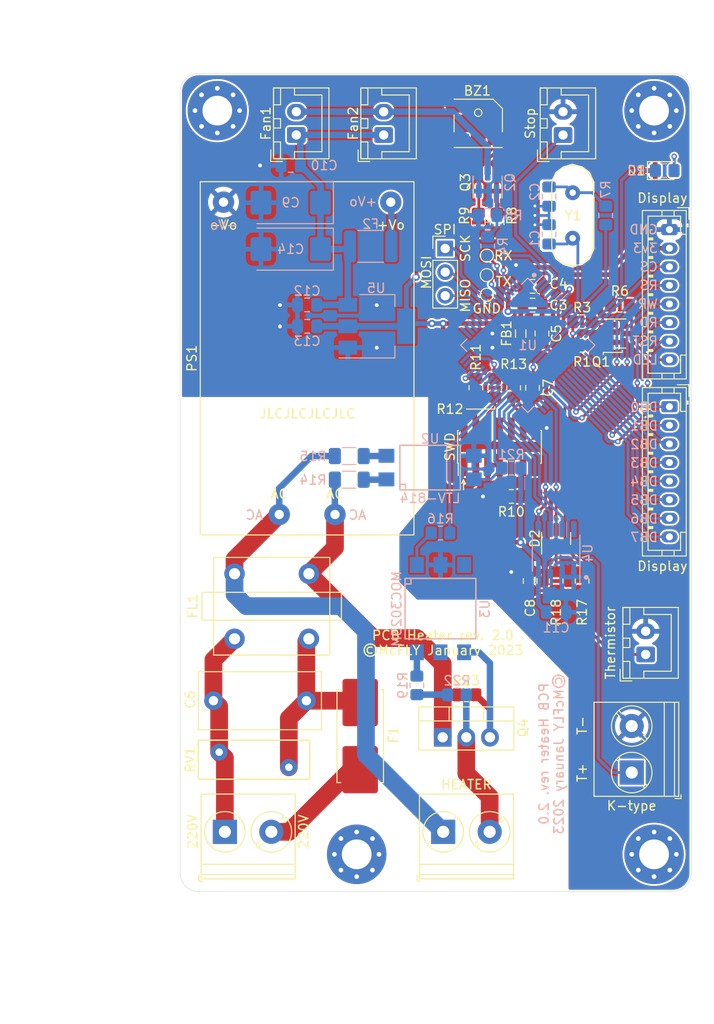
<source format=kicad_pcb>
(kicad_pcb (version 20221018) (generator pcbnew)

  (general
    (thickness 1.6)
  )

  (paper "A4")
  (layers
    (0 "F.Cu" signal)
    (31 "B.Cu" signal)
    (32 "B.Adhes" user "B.Adhesive")
    (33 "F.Adhes" user "F.Adhesive")
    (34 "B.Paste" user)
    (35 "F.Paste" user)
    (36 "B.SilkS" user "B.Silkscreen")
    (37 "F.SilkS" user "F.Silkscreen")
    (38 "B.Mask" user)
    (39 "F.Mask" user)
    (40 "Dwgs.User" user "User.Drawings")
    (41 "Cmts.User" user "User.Comments")
    (42 "Eco1.User" user "User.Eco1")
    (43 "Eco2.User" user "User.Eco2")
    (44 "Edge.Cuts" user)
    (45 "Margin" user)
    (46 "B.CrtYd" user "B.Courtyard")
    (47 "F.CrtYd" user "F.Courtyard")
    (48 "B.Fab" user)
    (49 "F.Fab" user)
    (50 "User.1" user)
    (51 "User.2" user)
  )

  (setup
    (stackup
      (layer "F.SilkS" (type "Top Silk Screen") (color "White"))
      (layer "F.Paste" (type "Top Solder Paste"))
      (layer "F.Mask" (type "Top Solder Mask") (color "Black") (thickness 0.01))
      (layer "F.Cu" (type "copper") (thickness 0.035))
      (layer "dielectric 1" (type "core") (thickness 1.51) (material "FR4") (epsilon_r 4.5) (loss_tangent 0.02))
      (layer "B.Cu" (type "copper") (thickness 0.035))
      (layer "B.Mask" (type "Bottom Solder Mask") (color "Black") (thickness 0.01))
      (layer "B.Paste" (type "Bottom Solder Paste"))
      (layer "B.SilkS" (type "Bottom Silk Screen") (color "White"))
      (copper_finish "None")
      (dielectric_constraints no)
    )
    (pad_to_mask_clearance 0)
    (pcbplotparams
      (layerselection 0x00010fc_ffffffff)
      (plot_on_all_layers_selection 0x0000000_00000000)
      (disableapertmacros false)
      (usegerberextensions true)
      (usegerberattributes false)
      (usegerberadvancedattributes false)
      (creategerberjobfile false)
      (dashed_line_dash_ratio 12.000000)
      (dashed_line_gap_ratio 3.000000)
      (svgprecision 6)
      (plotframeref false)
      (viasonmask false)
      (mode 1)
      (useauxorigin false)
      (hpglpennumber 1)
      (hpglpenspeed 20)
      (hpglpendiameter 15.000000)
      (dxfpolygonmode true)
      (dxfimperialunits true)
      (dxfusepcbnewfont true)
      (psnegative false)
      (psa4output false)
      (plotreference true)
      (plotvalue false)
      (plotinvisibletext false)
      (sketchpadsonfab false)
      (subtractmaskfromsilk true)
      (outputformat 1)
      (mirror false)
      (drillshape 0)
      (scaleselection 1)
      (outputdirectory "gerber/")
    )
  )

  (net 0 "")
  (net 1 "+3V3")
  (net 2 "Net-(BZ1-+)")
  (net 3 "Net-(U1-PF0-OSC_IN)")
  (net 4 "GND")
  (net 5 "Net-(C2-Pad1)")
  (net 6 "VDDA")
  (net 7 "Net-(J6-Pin_1)")
  (net 8 "Net-(C6-Pad2)")
  (net 9 "NRST")
  (net 10 "Net-(J9-Pin_1)")
  (net 11 "+12V")
  (net 12 "Net-(D1-A)")
  (net 13 "THERM")
  (net 14 "Net-(J6-Pin_2)")
  (net 15 "Net-(PS1-+Vout)")
  (net 16 "LCD_CS")
  (net 17 "LCD_RS")
  (net 18 "LCD_WR")
  (net 19 "LCD_RD")
  (net 20 "LCD_RST")
  (net 21 "LCD_LED")
  (net 22 "LCD_SCK")
  (net 23 "LCD_MOSI")
  (net 24 "LCD_MISO")
  (net 25 "STOP")
  (net 26 "Net-(J4-Pin_2)")
  (net 27 "unconnected-(J7-Pin_1-Pad1)")
  (net 28 "unconnected-(J7-Pin_2-Pad2)")
  (net 29 "Net-(J7-Pin_4)")
  (net 30 "Net-(J7-Pin_6)")
  (net 31 "unconnected-(J7-Pin_8-Pad8)")
  (net 32 "unconnected-(J7-Pin_9-Pad9)")
  (net 33 "unconnected-(J7-Pin_10-Pad10)")
  (net 34 "Net-(J7-Pin_11)")
  (net 35 "Net-(J7-Pin_12)")
  (net 36 "unconnected-(J7-Pin_13-Pad13)")
  (net 37 "unconnected-(J7-Pin_14-Pad14)")
  (net 38 "Net-(J8-Pin_2)")
  (net 39 "Net-(J10-Pin_1)")
  (net 40 "Net-(Q1-B)")
  (net 41 "Net-(Q2-G)")
  (net 42 "Net-(Q3-B)")
  (net 43 "Net-(Q4-G)")
  (net 44 "LCD_LED_CTRL")
  (net 45 "LED_STATUS")
  (net 46 "FAN_PWM")
  (net 47 "Net-(U1-PF1-OSC_OUT)")
  (net 48 "BUZZER")
  (net 49 "SWDIO")
  (net 50 "SWCLK")
  (net 51 "Net-(R14-Pad1)")
  (net 52 "Net-(R15-Pad1)")
  (net 53 "Net-(R16-Pad1)")
  (net 54 "GATE_CONTROL")
  (net 55 "Net-(R19-Pad1)")
  (net 56 "Net-(R19-Pad2)")
  (net 57 "ZERO_CROSS")
  (net 58 "/UART_TX")
  (net 59 "/UART_RX")
  (net 60 "unconnected-(U1-PC11-Pad1)")
  (net 61 "unconnected-(U1-PC14-OSC32_IN-Pad4)")
  (net 62 "unconnected-(U1-PC15-OSC32_OUT-Pad5)")
  (net 63 "unconnected-(U1-PC0-Pad13)")
  (net 64 "unconnected-(U1-PB2-Pad29)")
  (net 65 "unconnected-(U1-PB11-Pad31)")
  (net 66 "unconnected-(U1-PB12-Pad32)")
  (net 67 "MAX_SCK")
  (net 68 "MAX_MISO")
  (net 69 "MAX_CS")
  (net 70 "unconnected-(U1-PC6-Pad38)")
  (net 71 "unconnected-(U1-PC7-Pad39)")
  (net 72 "unconnected-(U1-PD8-Pad40)")
  (net 73 "unconnected-(U1-PD9-Pad41)")
  (net 74 "unconnected-(U1-PA10-Pad42)")
  (net 75 "unconnected-(U1-PA11[PA9]-Pad43)")
  (net 76 "unconnected-(U1-PA12[PA10]-Pad44)")
  (net 77 "unconnected-(U1-PA15-Pad47)")
  (net 78 "unconnected-(U1-PC8-Pad48)")
  (net 79 "unconnected-(U1-PC9-Pad49)")
  (net 80 "unconnected-(U1-PD0-Pad50)")
  (net 81 "unconnected-(U1-PD1-Pad51)")
  (net 82 "unconnected-(U1-PD2-Pad52)")
  (net 83 "unconnected-(U1-PD3-Pad53)")
  (net 84 "unconnected-(U1-PD4-Pad54)")
  (net 85 "unconnected-(U1-PB4-Pad58)")
  (net 86 "unconnected-(U1-PB5-Pad59)")
  (net 87 "unconnected-(U1-PB8-Pad62)")
  (net 88 "unconnected-(U1-PC10-Pad64)")
  (net 89 "unconnected-(U3-NC-Pad3)")
  (net 90 "unconnected-(U3-NC-Pad5)")
  (net 91 "/DB0")
  (net 92 "/DB1")
  (net 93 "/DB2")
  (net 94 "/DB3")
  (net 95 "/DB4")
  (net 96 "/DB5")
  (net 97 "/DB6")
  (net 98 "/DB7")
  (net 99 "Net-(J8-Pin_1)")
  (net 100 "Net-(PS1-AC{slash}N)")
  (net 101 "unconnected-(H1-Pad1)")
  (net 102 "unconnected-(H2-Pad1)")
  (net 103 "unconnected-(H3-Pad1)")
  (net 104 "unconnected-(H4-Pad1)")

  (footprint "TerminalBlock_Phoenix:TerminalBlock_Phoenix_PT-1,5-2-5.0-H_1x02_P5.00mm_Horizontal" (layer "F.Cu") (at 148.598 125.202 90))

  (footprint "Resistor_SMD:R_0805_2012Metric_Pad1.20x1.40mm_HandSolder" (layer "F.Cu") (at 133.858 83.82 -90))

  (footprint "Resistor_SMD:R_0805_2012Metric_Pad1.20x1.40mm_HandSolder" (layer "F.Cu") (at 140.462 104.60075 90))

  (footprint "Capacitor_SMD:C_0805_2012Metric_Pad1.18x1.45mm_HandSolder" (layer "F.Cu") (at 137.668 104.60075 90))

  (footprint "Capacitor_SMD:C_0805_2012Metric_Pad1.18x1.45mm_HandSolder" (layer "F.Cu") (at 137.922 83.82 -90))

  (footprint "Resistor_SMD:R_0805_2012Metric_Pad1.20x1.40mm_HandSolder" (layer "F.Cu") (at 135.636 95.504 180))

  (footprint "Connector_JST:JST_XH_B2B-XH-A_1x02_P2.50mm_Vertical" (layer "F.Cu") (at 141.207 56.622 90))

  (footprint "my_additions:OSC-TH_L10.0-W4.5-P5.00" (layer "F.Cu") (at 142.24 65.278 90))

  (footprint "Resistor_SMD:R_0805_2012Metric_Pad1.20x1.40mm_HandSolder" (layer "F.Cu") (at 147.32 74.93))

  (footprint "Package_TO_SOT_SMD:SOT-23" (layer "F.Cu") (at 133.096 61.722 90))

  (footprint "Resistor_SMD:R_0805_2012Metric_Pad1.20x1.40mm_HandSolder" (layer "F.Cu") (at 135.89 83.82 -90))

  (footprint "MountingHole:MountingHole_3.2mm_M3_Pad_Via" (layer "F.Cu") (at 104 54))

  (footprint "Capacitor_SMD:C_0805_2012Metric_Pad1.18x1.45mm_HandSolder" (layer "F.Cu") (at 138.938 77.978 90))

  (footprint "Capacitor_SMD:C_0805_2012Metric_Pad1.18x1.45mm_HandSolder" (layer "F.Cu") (at 137.922 74.93))

  (footprint "Connector_PinHeader_1.27mm:PinHeader_2x07_P1.27mm_Vertical_SMD" (layer "F.Cu") (at 134.366 90.17 90))

  (footprint "my_additions:Converter_ACDC_HiLink_HLK-5Mxx" (layer "F.Cu") (at 113.665 80.645 90))

  (footprint "Resistor_SMD:R_0805_2012Metric_Pad1.20x1.40mm_HandSolder" (layer "F.Cu") (at 134.112 66.039999 90))

  (footprint "Connector_PinHeader_2.54mm:PinHeader_1x03_P2.54mm_Vertical" (layer "F.Cu") (at 128.524 68.834))

  (footprint "Capacitor_SMD:C_0805_2012Metric_Pad1.18x1.45mm_HandSolder" (layer "F.Cu") (at 137.922 72.898))

  (footprint "my_additions:L_CommonMode_7x8mm" (layer "F.Cu") (at 109.855 107.315 90))

  (footprint "Package_TO_SOT_SMD:SOT-23" (layer "F.Cu") (at 147.32 77.978))

  (footprint "TestPoint:TestPoint_Pad_D1.0mm" (layer "F.Cu") (at 133 69.6))

  (footprint "MountingHole:MountingHole_3.2mm_M3_Pad_Via" (layer "F.Cu") (at 151 54))

  (footprint "Connector_JST:JST_PH_B8B-PH-K_1x08_P2.00mm_Vertical" (layer "F.Cu") (at 152.654 85.852 -90))

  (footprint "Inductor_SMD:L_0805_2012Metric_Pad1.05x1.20mm_HandSolder" (layer "F.Cu") (at 136.652 77.978 -90))

  (footprint "Connector_JST:JST_XH_B2B-XH-A_1x02_P2.50mm_Vertical" (layer "F.Cu") (at 150.096999 112.502 90))

  (footprint "TerminalBlock_Phoenix:TerminalBlock_Phoenix_PT-1,5-2-5.0-H_1x02_P5.00mm_Horizontal" (layer "F.Cu") (at 128.31 131.58))

  (footprint "Connector_JST:JST_PH_B8B-PH-K_1x08_P2.00mm_Vertical" (layer "F.Cu") (at 152.654 66.802 -90))

  (footprint "LED_SMD:LED_0805_2012Metric_Pad1.15x1.40mm_HandSolder" (layer "F.Cu") (at 152.146 60.452))

  (footprint "TestPoint:TestPoint_Pad_D1.0mm" (layer "F.Cu") (at 133 71.7))

  (footprint "Resistor_SMD:R_0805_2012Metric_Pad1.20x1.40mm_HandSolder" (layer "F.Cu") (at 131.826 83.82 -90))

  (footprint "Package_TO_SOT_SMD:SOT-23" (layer "F.Cu") (at 140.462 100.02875 90))

  (footprint "Resistor_SMD:R_0805_2012Metric_Pad1.20x1.40mm_HandSolder" (layer "F.Cu") (at 143.256 104.60075 -90))

  (footprint "Resistor_SMD:R_0805_2012Metric_Pad1.20x1.40mm_HandSolder" (layer "F.Cu") (at 143.256 76.708 180))

  (footprint "my_additions:Fuse_1808_0451_Holder_HandSolder" (layer "F.Cu") (at 119.38 121.285 90))

  (footprint "TerminalBlock_Phoenix:TerminalBlock_Phoenix_PT-1,5-2-5.0-H_1x02_P5.00mm_Horizontal" (layer "F.Cu") (at 104.815 131.58))

  (footprint "Resistor_SMD:R_0805_2012Metric_Pad1.20x1.40mm_HandSolder" (layer "F.Cu") (at 143.256 79.248))

  (footprint "my_additions:Buzzer_5020" (layer "F.Cu") (at 132.08 55.372))

  (footprint "Resistor_SMD:R_0805_2012Metric_Pad1.20x1.40mm_HandSolder" (layer "F.Cu") (at 130.81 116.84))

  (footprint "Package_TO_SOT_THT:TO-220-3_Vertical" (layer "F.Cu") (at 128.26 121.412))

  (footprint "TestPoint:TestPoint_Pad_D1.0mm" (layer "F.Cu") (at 133 73.8))

  (footprint "Resistor_SMD:R_0805_2012Metric_Pad1.20x1.40mm_HandSolder" (layer "F.Cu") (at 132.08 66.039999 -90))

  (footprint "Connector_JST:JST_XH_B2B-XH-A_1x02_P2.50mm_Vertical" (layer "F.Cu") (at 121.902999 56.622 90))

  (footprint "MountingHole:MountingHole_3.2mm_M3_Pad_Via" (layer "F.Cu")
    (tstamp e2df19db-35ef-4e9a-922a-3fabc5f15100)
    (at 151 134)
    (descr "Mounting Hole 3.2mm, M3")
    (tags "mounting hole 3.2mm m3")
    (property "Sheetfile" "pcb-heater.kicad_sch")
    (property "Sheetname" "")
    (property "exclude_from_bom" "")
    (property "ki_description" "Mounting Hole with connection")
    (property "ki_keywords" "mounting hole")
    (path "/0fdb7d8a-6aed-43b8-9a3d-4912a5d2a359")
    (attr exclude_from_pos_files exclude_from_bom)

... [798083 chars truncated]
</source>
